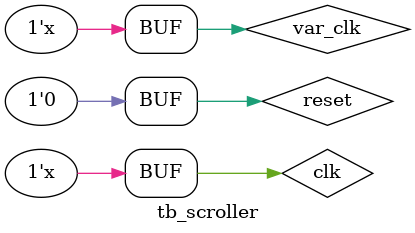
<source format=v>
`timescale 1ns / 1ps


module tb_scroller;

    reg var_clk = 0, clk = 0, reset = 0;
//    reg [6:0] next_block;
    wire [6:0] next_block;
    wire [27:0] next_background;
    
//    Background_Scroller bs (var_clk, reset, next_block, next_background);
    Block_Gen_v2 bg (clk, var_clk, next_block);
    
//    initial begin
//        next_block = 7'b1100011;
//        #2;
//        next_block = 7'b0000000;
//        #10;
//    end
    
    always #1 clk = ~clk;
    
    always #50 var_clk = ~var_clk;

endmodule

</source>
